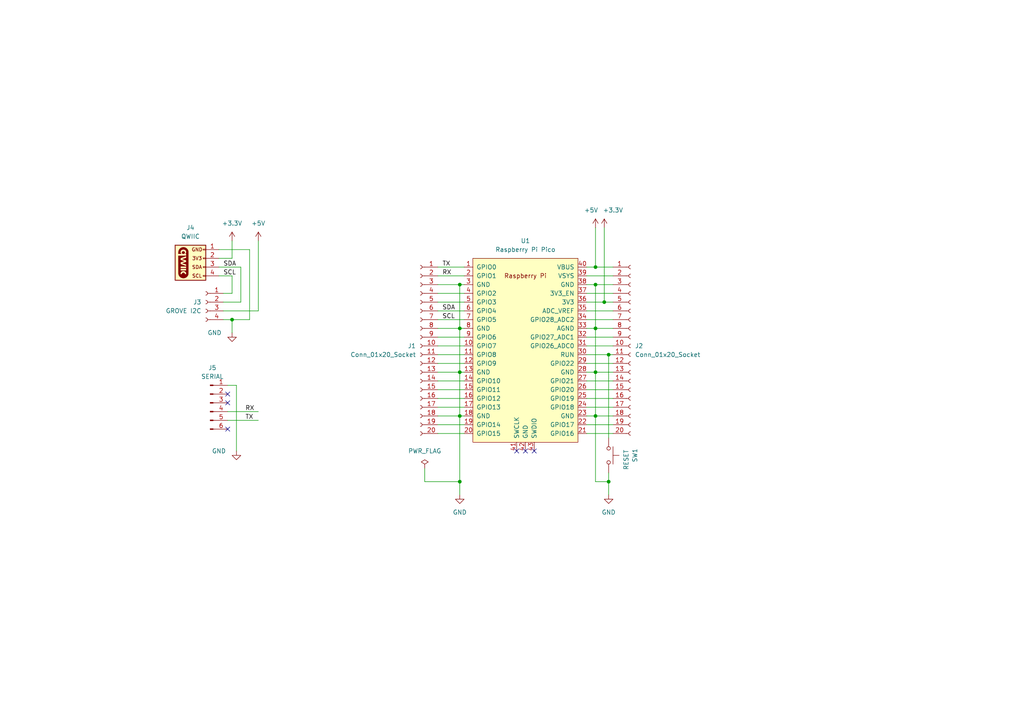
<source format=kicad_sch>
(kicad_sch (version 20230121) (generator eeschema)
  (paper "A4")
  (title_block (title "Raspberry Pi Pico Breadboard") (date "2024-10-26"))
  (lib_symbols
    (symbol "Connector:Conn_01x04_Socket" (pin_names (offset 1.016) hide)
      (property "Reference" "J" (at 0 5.08 0))
      (property "Value" "Conn_01x04_Socket" (at 0 -7.62 0))
      (symbol "Conn_01x04_Socket_1_1"
        (arc (start 0 -4.572) (mid -0.5058 -5.08) (end 0 -5.588) (stroke (width 0.1524)))
        (arc (start 0 -2.032) (mid -0.5058 -2.54) (end 0 -3.048) (stroke (width 0.1524)))
        (polyline (pts (xy -1.27 -5.08) (xy -0.508 -5.08)) (stroke (width 0.1524)))
        (polyline (pts (xy -1.27 -2.54) (xy -0.508 -2.54)) (stroke (width 0.1524)))
        (polyline (pts (xy -1.27 0) (xy -0.508 0)) (stroke (width 0.1524)))
        (polyline (pts (xy -1.27 2.54) (xy -0.508 2.54)) (stroke (width 0.1524)))
        (arc (start 0 0.508) (mid -0.5058 0) (end 0 -0.508) (stroke (width 0.1524)))
        (arc (start 0 3.048) (mid -0.5058 2.54) (end 0 2.032) (stroke (width 0.1524)))
        (pin passive line (at -5.08 2.54 0) (length 3.81) (name "Pin_1") (number "1"))
        (pin passive line (at -5.08 0 0) (length 3.81) (name "Pin_2") (number "2"))
        (pin passive line (at -5.08 -2.54 0) (length 3.81) (name "Pin_3") (number "3"))
        (pin passive line (at -5.08 -5.08 0) (length 3.81) (name "Pin_4") (number "4"))
      )
    )
    (symbol "Connector:Conn_01x06_Pin" (pin_names (offset 1.016) hide)
      (property "Reference" "J" (at 0 7.62 0))
      (property "Value" "Conn_01x06_Pin" (at 0 -10.16 0))
      (symbol "Conn_01x06_Pin_1_1"
        (polyline (pts (xy 1.27 -7.62) (xy 0.8636 -7.62)) (stroke (width 0.1524)))
        (polyline (pts (xy 1.27 -5.08) (xy 0.8636 -5.08)) (stroke (width 0.1524)))
        (polyline (pts (xy 1.27 -2.54) (xy 0.8636 -2.54)) (stroke (width 0.1524)))
        (polyline (pts (xy 1.27 0) (xy 0.8636 0)) (stroke (width 0.1524)))
        (polyline (pts (xy 1.27 2.54) (xy 0.8636 2.54)) (stroke (width 0.1524)))
        (polyline (pts (xy 1.27 5.08) (xy 0.8636 5.08)) (stroke (width 0.1524)))
        (rectangle (start 0.8636 -7.493) (end 0 -7.747) (stroke (width 0.1524)) (fill (type outline)))
        (rectangle (start 0.8636 -4.953) (end 0 -5.207) (stroke (width 0.1524)) (fill (type outline)))
        (rectangle (start 0.8636 -2.413) (end 0 -2.667) (stroke (width 0.1524)) (fill (type outline)))
        (rectangle (start 0.8636 0.127) (end 0 -0.127) (stroke (width 0.1524)) (fill (type outline)))
        (rectangle (start 0.8636 2.667) (end 0 2.413) (stroke (width 0.1524)) (fill (type outline)))
        (rectangle (start 0.8636 5.207) (end 0 4.953) (stroke (width 0.1524)) (fill (type outline)))
        (pin passive line (at 5.08 5.08 180) (length 3.81) (name "Pin_1") (number "1"))
        (pin passive line (at 5.08 2.54 180) (length 3.81) (name "Pin_2") (number "2"))
        (pin passive line (at 5.08 0 180) (length 3.81) (name "Pin_3") (number "3"))
        (pin passive line (at 5.08 -2.54 180) (length 3.81) (name "Pin_4") (number "4"))
        (pin passive line (at 5.08 -5.08 180) (length 3.81) (name "Pin_5") (number "5"))
        (pin passive line (at 5.08 -7.62 180) (length 3.81) (name "Pin_6") (number "6"))
      )
    )
    (symbol "Connector:Conn_01x20_Socket" (pin_names (offset 1.016) hide)
      (property "Reference" "J" (at 0 25.4 0))
      (property "Value" "Conn_01x20_Socket" (at 0 -27.94 0))
      (symbol "Conn_01x20_Socket_1_1"
        (arc (start 0 -24.892) (mid -0.5058 -25.4) (end 0 -25.908) (stroke (width 0.1524)))
        (arc (start 0 -22.352) (mid -0.5058 -22.86) (end 0 -23.368) (stroke (width 0.1524)))
        (arc (start 0 -19.812) (mid -0.5058 -20.32) (end 0 -20.828) (stroke (width 0.1524)))
        (arc (start 0 -17.272) (mid -0.5058 -17.78) (end 0 -18.288) (stroke (width 0.1524)))
        (arc (start 0 -14.732) (mid -0.5058 -15.24) (end 0 -15.748) (stroke (width 0.1524)))
        (arc (start 0 -12.192) (mid -0.5058 -12.7) (end 0 -13.208) (stroke (width 0.1524)))
        (arc (start 0 -9.652) (mid -0.5058 -10.16) (end 0 -10.668) (stroke (width 0.1524)))
        (arc (start 0 -7.112) (mid -0.5058 -7.62) (end 0 -8.128) (stroke (width 0.1524)))
        (arc (start 0 -4.572) (mid -0.5058 -5.08) (end 0 -5.588) (stroke (width 0.1524)))
        (arc (start 0 -2.032) (mid -0.5058 -2.54) (end 0 -3.048) (stroke (width 0.1524)))
        (polyline (pts (xy -1.27 -25.4) (xy -0.508 -25.4)) (stroke (width 0.1524)))
        (polyline (pts (xy -1.27 -22.86) (xy -0.508 -22.86)) (stroke (width 0.1524)))
        (polyline (pts (xy -1.27 -20.32) (xy -0.508 -20.32)) (stroke (width 0.1524)))
        (polyline (pts (xy -1.27 -17.78) (xy -0.508 -17.78)) (stroke (width 0.1524)))
        (polyline (pts (xy -1.27 -15.24) (xy -0.508 -15.24)) (stroke (width 0.1524)))
        (polyline (pts (xy -1.27 -12.7) (xy -0.508 -12.7)) (stroke (width 0.1524)))
        (polyline (pts (xy -1.27 -10.16) (xy -0.508 -10.16)) (stroke (width 0.1524)))
        (polyline (pts (xy -1.27 -7.62) (xy -0.508 -7.62)) (stroke (width 0.1524)))
        (polyline (pts (xy -1.27 -5.08) (xy -0.508 -5.08)) (stroke (width 0.1524)))
        (polyline (pts (xy -1.27 -2.54) (xy -0.508 -2.54)) (stroke (width 0.1524)))
        (polyline (pts (xy -1.27 0) (xy -0.508 0)) (stroke (width 0.1524)))
        (polyline (pts (xy -1.27 2.54) (xy -0.508 2.54)) (stroke (width 0.1524)))
        (polyline (pts (xy -1.27 5.08) (xy -0.508 5.08)) (stroke (width 0.1524)))
        (polyline (pts (xy -1.27 7.62) (xy -0.508 7.62)) (stroke (width 0.1524)))
        (polyline (pts (xy -1.27 10.16) (xy -0.508 10.16)) (stroke (width 0.1524)))
        (polyline (pts (xy -1.27 12.7) (xy -0.508 12.7)) (stroke (width 0.1524)))
        (polyline (pts (xy -1.27 15.24) (xy -0.508 15.24)) (stroke (width 0.1524)))
        (polyline (pts (xy -1.27 17.78) (xy -0.508 17.78)) (stroke (width 0.1524)))
        (polyline (pts (xy -1.27 20.32) (xy -0.508 20.32)) (stroke (width 0.1524)))
        (polyline (pts (xy -1.27 22.86) (xy -0.508 22.86)) (stroke (width 0.1524)))
        (arc (start 0 0.508) (mid -0.5058 0) (end 0 -0.508) (stroke (width 0.1524)))
        (arc (start 0 3.048) (mid -0.5058 2.54) (end 0 2.032) (stroke (width 0.1524)))
        (arc (start 0 5.588) (mid -0.5058 5.08) (end 0 4.572) (stroke (width 0.1524)))
        (arc (start 0 8.128) (mid -0.5058 7.62) (end 0 7.112) (stroke (width 0.1524)))
        (arc (start 0 10.668) (mid -0.5058 10.16) (end 0 9.652) (stroke (width 0.1524)))
        (arc (start 0 13.208) (mid -0.5058 12.7) (end 0 12.192) (stroke (width 0.1524)))
        (arc (start 0 15.748) (mid -0.5058 15.24) (end 0 14.732) (stroke (width 0.1524)))
        (arc (start 0 18.288) (mid -0.5058 17.78) (end 0 17.272) (stroke (width 0.1524)))
        (arc (start 0 20.828) (mid -0.5058 20.32) (end 0 19.812) (stroke (width 0.1524)))
        (arc (start 0 23.368) (mid -0.5058 22.86) (end 0 22.352) (stroke (width 0.1524)))
        (pin passive line (at -5.08 22.86 0) (length 3.81) (name "Pin_1") (number "1"))
        (pin passive line (at -5.08 0 0) (length 3.81) (name "Pin_10") (number "10"))
        (pin passive line (at -5.08 -2.54 0) (length 3.81) (name "Pin_11") (number "11"))
        (pin passive line (at -5.08 -5.08 0) (length 3.81) (name "Pin_12") (number "12"))
        (pin passive line (at -5.08 -7.62 0) (length 3.81) (name "Pin_13") (number "13"))
        (pin passive line (at -5.08 -10.16 0) (length 3.81) (name "Pin_14") (number "14"))
        (pin passive line (at -5.08 -12.7 0) (length 3.81) (name "Pin_15") (number "15"))
        (pin passive line (at -5.08 -15.24 0) (length 3.81) (name "Pin_16") (number "16"))
        (pin passive line (at -5.08 -17.78 0) (length 3.81) (name "Pin_17") (number "17"))
        (pin passive line (at -5.08 -20.32 0) (length 3.81) (name "Pin_18") (number "18"))
        (pin passive line (at -5.08 -22.86 0) (length 3.81) (name "Pin_19") (number "19"))
        (pin passive line (at -5.08 20.32 0) (length 3.81) (name "Pin_2") (number "2"))
        (pin passive line (at -5.08 -25.4 0) (length 3.81) (name "Pin_20") (number "20"))
        (pin passive line (at -5.08 17.78 0) (length 3.81) (name "Pin_3") (number "3"))
        (pin passive line (at -5.08 15.24 0) (length 3.81) (name "Pin_4") (number "4"))
        (pin passive line (at -5.08 12.7 0) (length 3.81) (name "Pin_5") (number "5"))
        (pin passive line (at -5.08 10.16 0) (length 3.81) (name "Pin_6") (number "6"))
        (pin passive line (at -5.08 7.62 0) (length 3.81) (name "Pin_7") (number "7"))
        (pin passive line (at -5.08 5.08 0) (length 3.81) (name "Pin_8") (number "8"))
        (pin passive line (at -5.08 2.54 0) (length 3.81) (name "Pin_9") (number "9"))
      )
    )
    (symbol "RpiPico:Pico" (pin_names (offset 1.016))
      (property "Reference" "U" (at -13.97 27.94 0))
      (property "Value" "Pico" (at 0 19.05 0))
      (symbol "Pico_0_0"
        (text "Raspberry Pi" (at 0 21.59 0) (effects (font (size 1.27 1.27))))
      )
      (symbol "Pico_0_1"
        (rectangle (start -15.24 26.67) (end 15.24 -26.67) (fill (type background)))
      )
      (symbol "Pico_1_1"
        (pin bidirectional line (at -17.78 24.13 0) (length 2.54) (name "GPIO0") (number "1"))
        (pin bidirectional line (at -17.78 1.27 0) (length 2.54) (name "GPIO7") (number "10"))
        (pin bidirectional line (at -17.78 -1.27 0) (length 2.54) (name "GPIO8") (number "11"))
        (pin bidirectional line (at -17.78 -3.81 0) (length 2.54) (name "GPIO9") (number "12"))
        (pin power_in line (at -17.78 -6.35 0) (length 2.54) (name "GND") (number "13"))
        (pin bidirectional line (at -17.78 -8.89 0) (length 2.54) (name "GPIO10") (number "14"))
        (pin bidirectional line (at -17.78 -11.43 0) (length 2.54) (name "GPIO11") (number "15"))
        (pin bidirectional line (at -17.78 -13.97 0) (length 2.54) (name "GPIO12") (number "16"))
        (pin bidirectional line (at -17.78 -16.51 0) (length 2.54) (name "GPIO13") (number "17"))
        (pin power_in line (at -17.78 -19.05 0) (length 2.54) (name "GND") (number "18"))
        (pin bidirectional line (at -17.78 -21.59 0) (length 2.54) (name "GPIO14") (number "19"))
        (pin bidirectional line (at -17.78 21.59 0) (length 2.54) (name "GPIO1") (number "2"))
        (pin bidirectional line (at -17.78 -24.13 0) (length 2.54) (name "GPIO15") (number "20"))
        (pin bidirectional line (at 17.78 -24.13 180) (length 2.54) (name "GPIO16") (number "21"))
        (pin bidirectional line (at 17.78 -21.59 180) (length 2.54) (name "GPIO17") (number "22"))
        (pin power_in line (at 17.78 -19.05 180) (length 2.54) (name "GND") (number "23"))
        (pin bidirectional line (at 17.78 -16.51 180) (length 2.54) (name "GPIO18") (number "24"))
        (pin bidirectional line (at 17.78 -13.97 180) (length 2.54) (name "GPIO19") (number "25"))
        (pin bidirectional line (at 17.78 -11.43 180) (length 2.54) (name "GPIO20") (number "26"))
        (pin bidirectional line (at 17.78 -8.89 180) (length 2.54) (name "GPIO21") (number "27"))
        (pin power_in line (at 17.78 -6.35 180) (length 2.54) (name "GND") (number "28"))
        (pin bidirectional line (at 17.78 -3.81 180) (length 2.54) (name "GPIO22") (number "29"))
        (pin power_in line (at -17.78 19.05 0) (length 2.54) (name "GND") (number "3"))
        (pin input line (at 17.78 -1.27 180) (length 2.54) (name "RUN") (number "30"))
        (pin bidirectional line (at 17.78 1.27 180) (length 2.54) (name "GPIO26_ADC0") (number "31"))
        (pin bidirectional line (at 17.78 3.81 180) (length 2.54) (name "GPIO27_ADC1") (number "32"))
        (pin power_in line (at 17.78 6.35 180) (length 2.54) (name "AGND") (number "33"))
        (pin bidirectional line (at 17.78 8.89 180) (length 2.54) (name "GPIO28_ADC2") (number "34"))
        (pin passive line (at 17.78 11.43 180) (length 2.54) (name "ADC_VREF") (number "35"))
        (pin power_out line (at 17.78 13.97 180) (length 2.54) (name "3V3") (number "36"))
        (pin input line (at 17.78 16.51 180) (length 2.54) (name "3V3_EN") (number "37"))
        (pin power_in line (at 17.78 19.05 180) (length 2.54) (name "GND") (number "38"))
        (pin passive line (at 17.78 21.59 180) (length 2.54) (name "VSYS") (number "39"))
        (pin bidirectional line (at -17.78 16.51 0) (length 2.54) (name "GPIO2") (number "4"))
        (pin power_out line (at 17.78 24.13 180) (length 2.54) (name "VBUS") (number "40"))
        (pin input line (at -2.54 -29.21 90) (length 2.54) (name "SWCLK") (number "41"))
        (pin power_in line (at 0 -29.21 90) (length 2.54) (name "GND") (number "42"))
        (pin bidirectional line (at 2.54 -29.21 90) (length 2.54) (name "SWDIO") (number "43"))
        (pin bidirectional line (at -17.78 13.97 0) (length 2.54) (name "GPIO3") (number "5"))
        (pin bidirectional line (at -17.78 11.43 0) (length 2.54) (name "GPIO4") (number "6"))
        (pin bidirectional line (at -17.78 8.89 0) (length 2.54) (name "GPIO5") (number "7"))
        (pin power_in line (at -17.78 6.35 0) (length 2.54) (name "GND") (number "8"))
        (pin bidirectional line (at -17.78 3.81 0) (length 2.54) (name "GPIO6") (number "9"))
      )
    )
    (symbol "Sparkfun_conn:Qwiic_Right_Angle" (pin_names (offset 1.016) hide)
      (property "Reference" "J" (at 0 5.08 0))
      (property "Value" "Qwiic_RA" (at 0 -7.62 0))
      (symbol "Qwiic_Right_Angle_0_0"
        (polyline (pts (xy 5.6514 -4.1459) (xy 5.6299 -4.0654) (xy 5.5924 -3.9985) (xy 5.5373 -3.9428) (xy 5.4632 -3.8962) (xy 5.4394 -3.8843) (xy 5.402 -3.8678) (xy 5.3681 -3.8578) (xy 5.3294 -3.8521) (xy 5.2774 -3.8485) (xy 5.2184 -3.8474) (xy 5.1227 -3.8564) (xy 5.0405 -3.8803) (xy 4.9695 -3.9199) (xy 4.9078 -3.9759) (xy 4.8937 -3.9923) (xy 4.8535 -4.0549) (xy 4.8308 -4.124) (xy 4.8237 -4.2048) (xy 4.8239 -4.222) (xy 4.8343 -4.3011) (xy 4.8608 -4.3692) (xy 4.9051 -4.4308) (xy 4.9328 -4.4589) (xy 5.0009 -4.509) (xy 5.0793 -4.5424) (xy 5.1699 -4.5595) (xy 5.2745 -4.5612) (xy 5.3262 -4.5564) (xy 5.4199 -4.5347) (xy 5.4992 -4.4971) (xy 5.5638 -4.444) (xy 5.6131 -4.3757) (xy 5.6467 -4.2926) (xy 5.65 -4.2788) (xy 5.656 -4.2325) (xy 5.6563 -4.1875) (xy 5.6514 -4.1459)) (stroke (width 0.01)) (fill (type outline)))
        (polyline (pts (xy 6.6693 -0.6791) (xy 6.666 1.9332) (xy 6.6418 2.0386) (xy 6.6301 2.0866) (xy 6.5791 2.2527) (xy 6.5141 2.404) (xy 6.4337 2.5432) (xy 6.3364 2.673) (xy 6.2208 2.7959) (xy 6.1699 2.8428) (xy 6.0305 2.9527) (xy 5.8839 3.0422) (xy 5.7295 3.1115) (xy 5.5668 3.1608) (xy 5.3953 3.1902) (xy 5.2146 3.1999) (xy 5.1695 3.1994) (xy 5.0056 3.1868) (xy 4.8507 3.1568) (xy 4.7006 3.1083) (xy 4.5508 3.0404) (xy 4.5104 3.0187) (xy 4.3609 2.9237) (xy 4.2262 2.8129) (xy 4.1067 2.6872) (xy 4.0032 2.5475) (xy 3.9162 2.3947) (xy 3.8466 2.2295) (xy 3.7947 2.0528) (xy 3.7931 2.0453) (xy 3.7912 2.0356) (xy 3.7895 2.0242) (xy 3.7879 2.0106) (xy 3.7864 1.9938) (xy 3.785 1.9733) (xy 3.7837 1.9481) (xy 3.7825 1.9176) (xy 3.7815 1.8811) (xy 3.7805 1.8377) (xy 3.7796 1.7868) (xy 3.7789 1.7275) (xy 3.7781 1.6592) (xy 3.7775 1.5811) (xy 3.777 1.4925) (xy 3.7765 1.3925) (xy 3.7761 1.2805) (xy 3.7757 1.1557) (xy 3.7754 1.0174) (xy 3.7751 0.8648) (xy 3.7749 0.6972) (xy 3.7748 0.5138) (xy 3.7746 0.3139) (xy 3.7745 0.0967) (xy 3.7745 -0.1385) (xy 3.7744 -0.3925) (xy 3.7744 -0.666) (xy 3.7744 -0.9597) (xy 3.7744 -1.2744) (xy 3.7744 -4.5147) (xy 3.8041 -4.6318) (xy 3.8237 -4.7026) (xy 3.8837 -4.868) (xy 3.9606 -5.0206) (xy 4.0556 -5.1623) (xy 4.1695 -5.2947) (xy 4.2945 -5.4115) (xy 4.4355 -5.5159) (xy 4.5859 -5.6007) (xy 4.7459 -5.6661) (xy 4.916 -5.7122) (xy 5.0965 -5.7394) (xy 5.2571 -5.7442) (xy 5.4226 -5.7293) (xy 5.5891 -5.6949) (xy 5.7533 -5.6416) (xy 5.8236 -5.6121) (xy 5.9729 -5.5329) (xy 6.1112 -5.4365) (xy 6.237 -5.3244) (xy 6.3494 -5.1984) (xy 6.4469 -5.0601) (xy 6.5284 -4.9112) (xy 6.5926 -4.7532) (xy 6.6384 -4.5879) (xy 6.6645 -4.4168) (xy 6.6652 -4.405) (xy 6.6664 -4.3703) (xy 6.6676 -4.3199) (xy 6.6687 -4.2572) (xy 6.6696 -4.1859) (xy 6.6703 -4.1097) (xy 6.6721 -3.846) (xy 6.2655 -3.846) (xy 5.8589 -3.846) (xy 5.9219 -3.9104) (xy 5.9349 -3.9241) (xy 6.0001 -4.0112) (xy 6.0471 -4.1097) (xy 6.0754 -4.2189) (xy 6.085 -4.338) (xy 6.0781 -4.4509) (xy 6.0523 -4.5755) (xy 6.0066 -4.6941) (xy 5.952 -4.7864) (xy 5.8765 -4.8752) (xy 5.7858 -4.9517) (xy 5.6826 -5.0132) (xy 5.6313 -5.0372) (xy 5.5644 -5.0638) (xy 5.4981 -5.0834) (xy 5.4249 -5.0981) (xy 5.3375 -5.1098) (xy 5.2452 -5.1158) (xy 5.122 -5.1113) (xy 5.0004 -5.0938) (xy 4.8864 -5.0641) (xy 4.7856 -5.0232) (xy 4.6831 -4.9619) (xy 4.5878 -4.8817) (xy 4.5089 -4.7878) (xy 4.4472 -4.6811) (xy 4.4036 -4.5627) (xy 4.4031 -4.5611) (xy 4.3912 -4.4987) (xy 4.3845 -4.4244) (xy 4.3831 -4.3446) (xy 4.3869 -4.2661) (xy 4.3957 -4.1956) (xy 4.4094 -4.1396) (xy 4.4322 -4.082) (xy 4.485 -3.9879) (xy 4.5552 -3.9031) (xy 4.6109 -3.846) (xy 4.5052 -3.846) (xy 4.3996 -3.846) (xy 4.3996 -3.5687) (xy 4.3996 -3.2914) (xy 4.405 -3.2914) (xy 4.405 -3.2023) (xy 4.4021 -2.9296) (xy 4.4018 -2.8964) (xy 4.4015 -2.8076) (xy 4.4023 -2.7393) (xy 4.4041 -2.6908) (xy 4.407 -2.6611) (xy 4.4111 -2.6495) (xy 4.4137 -2.6484) (xy 4.434 -2.6418) (xy 4.4723 -2.6298) (xy 4.5268 -2.6132) (xy 4.5954 -2.5924) (xy 4.6761 -2.5683) (xy 4.767 -2.5412) (xy 4.866 -2.5118) (xy 4.9713 -2.4808) (xy 5.0173 -2.4672) (xy 5.119 -2.4369) (xy 5.2131 -2.4086) (xy 5.2977 -2.3828) (xy 5.3709 -2.3601) (xy 5.4307 -2.3411) (xy 5.4753 -2.3264) (xy 5.5029 -2.3166) (xy 5.5114 -2.3123) (xy 5.505 -2.3098) (xy 5.4796 -2.3016) (xy 5.4371 -2.2885) (xy 5.3794 -2.2711) (xy 5.3088 -2.2502) (xy 5.2275 -2.2264) (xy 5.1375 -2.2002) (xy 5.0411 -2.1724) (xy 4.9851 -2.1562) (xy 4.8864 -2.1278) (xy 4.7926 -2.1007) (xy 4.7062 -2.0757) (xy 4.63 -2.0536) (xy 4.5666 -2.0351) (xy 4.5187 -2.0211) (xy 4.4891 -2.0123) (xy 4.3992 -1.9852) (xy 4.4021 -1.7229) (xy 4.405 -1.4606) (xy 4.5844 -1.4084) (xy 4.6163 -1.3992) (xy 4.7739 -1.3533) (xy 4.9121 -1.3131) (xy 5.0321 -1.278) (xy 5.1352 -1.2478) (xy 5.2224 -1.2221) (xy 5.2951 -1.2004) (xy 5.3545 -1.1824) (xy 5.4018 -1.1676) (xy 5.4382 -1.1558) (xy 5.465 -1.1465) (xy 5.4834 -1.1392) (xy 5.4945 -1.1338) (xy 5.4997 -1.1296) (xy 5.5001 -1.1264) (xy 5.497 -1.1238) (xy 5.4915 -1.1214) (xy 5.4896 -1.1207) (xy 5.4687 -1.114) (xy 5.4296 -1.1019) (xy 5.3743 -1.0851) (xy 5.3049 -1.0643) (xy 5.2237 -1.04) (xy 5.1326 -1.013) (xy 5.0339 -0.9838) (xy 4.9297 -0.9531) (xy 4.3996 -0.7973) (xy 4.3996 -0.533) (xy 4.3997 -0.479) (xy 4.4004 -0.4111) (xy 4.4015 -0.3532) (xy 4.4029 -0.3082) (xy 4.4047 -0.279) (xy 4.4066 -0.2687) (xy 4.409 -0.2694) (xy 4.4284 -0.2761) (xy 4.4661 -0.2895) (xy 4.5204 -0.309) (xy 4.5899 -0.3341) (xy 4.6729 -0.3642) (xy 4.7681 -0.3988) (xy 4.8737 -0.4372) (xy 4.9883 -0.479) (xy 5.1104 -0.5236) (xy 5.2384 -0.5703) (xy 6.0632 -0.872) (xy 6.0632 -0.1926) (xy 5.2314 -0.1926) (xy 4.3996 -0.1926) (xy 4.3996 0.0793) (xy 4.3996 0.3511) (xy 5.2314 0.3511) (xy 6.0632 0.3511) (xy 6.0632 0.4598) (xy 5.2314 0.4598) (xy 4.3996 0.4598) (xy 4.3996 0.7317) (xy 4.3996 1.0035) (xy 5.2314 1.0035) (xy 5.2368 1.0035) (xy 5.2368 1.1177) (xy 5.1465 1.1192) (xy 5.0667 1.1248) (xy 4.9975 1.1357) (xy 4.9332 1.1532) (xy 4.8683 1.1784) (xy 4.7971 1.2126) (xy 4.7662 1.2298) (xy 4.6808 1.2903) (xy 4.6008 1.3651) (xy 4.5314 1.4489) (xy 4.4781 1.5363) (xy 4.4686 1.5557) (xy 4.4306 1.6462) (xy 4.4052 1.7353) (xy 4.3905 1.8304) (xy 4.385 1.9386) (xy 4.3833 2.0745) (xy 4.6089 2.0775) (xy 4.8345 2.0804) (xy 4.8348 1.9959) (xy 4.8368 1.9483) (xy 4.8488 1.8858) (xy 4.8738 1.8316) (xy 4.9144 1.7788) (xy 4.9734 1.7289) (xy 5.0458 1.6921) (xy 5.1277 1.6689) (xy 5.215 1.6593) (xy 5.3038 1.6635) (xy 5.3902 1.6815) (xy 5.4702 1.7136) (xy 5.54 1.7597) (xy 5.5733 1.7923) (xy 5.6073 1.844) (xy 5.628 1.9066) (xy 5.6372 1.9843) (xy 5.6418 2.0804) (xy 5.8607 2.0775) (xy 6.0795 2.0745) (xy 6.0811 1.9712) (xy 6.0811 1.9207) (xy 6.0739 1.8134) (xy 6.0554 1.7157) (xy 6.024 1.6204) (xy 5.9781 1.5204) (xy 5.9341 1.4457) (xy 5.8571 1.3499) (xy 5.7651 1.2695) (xy 5.6591 1.2056) (xy 5.6251 1.1892) (xy 5.5646 1.1627) (xy 5.5097 1.1435) (xy 5.4549 1.1305) (xy 5.3948 1.1226) (xy 5.3239 1.1188) (xy 5.2368 1.1177) (xy 5.2368 1.0035) (xy 6.0632 1.0035) (xy 6.0632 0.7317) (xy 6.0632 0.4598) (xy 6.0632 0.3511) (xy 6.0632 0.0793) (xy 6.0632 -0.1926) (xy 6.0632 -0.872) (xy 6.0632 -1.1439) (xy 6.0632 -1.4158) (xy 5.552 -1.5728) (xy 5.5357 -1.5778) (xy 5.4361 -1.6086) (xy 5.3436 -1.6376) (xy 5.2603 -1.6641) (xy 5.1881 -1.6874) (xy 5.129 -1.707) (xy 5.0848 -1.7222) (xy 5.0575 -1.7324) (xy 5.0491 -1.7369) (xy 5.0493 -1.737) (xy 5.0624 -1.742) (xy 5.094 -1.7527) (xy 5.1423 -1.7684) (xy 5.2051 -1.7886) (xy 5.2803 -1.8124) (xy 5.3659 -1.8394) (xy 5.46 -1.8688) (xy 5.5603 -1.9) (xy 6.0632 -2.0559) (xy 6.063 -2.3284) (xy 6.0628 -2.601) (xy 5.2339 -2.9017) (xy 4.405 -3.2023) (xy 4.405 -3.2914) (xy 5.5361 -3.2914) (xy 6.6725 -3.2914) (xy 6.6693 -0.6791)) (stroke (width 0.01)) (fill (type outline)))
      )
      (symbol "Qwiic_Right_Angle_1_1"
        (rectangle (start -1.27 -4.953) (end -0.508 -5.207) (stroke (width 0.1524)))
        (rectangle (start -1.27 -2.413) (end -0.508 -2.667) (stroke (width 0.1524)))
        (rectangle (start -1.27 0.127) (end -0.508 -0.127) (stroke (width 0.1524)))
        (rectangle (start -1.27 2.667) (end -0.508 2.413) (stroke (width 0.1524)))
        (rectangle (start -1.27 3.81) (end 7.62 -6.35) (stroke (width 0.254)) (fill (type background)))
        (text "3V3" (at 1.27 -2.54 0) (effects (font (size 1 1))))
        (text "GND" (at 1.27 -5.08 0) (effects (font (size 1 1))))
        (text "SCL" (at 1.27 2.54 0) (effects (font (size 1 1))))
        (text "SDA" (at 1.27 0 0) (effects (font (size 1 1))))
        (pin passive line (at -5.08 -5.08 0) (length 3.81) (name "Pin_1") (number "1"))
        (pin passive line (at -5.08 -2.54 0) (length 3.81) (name "Pin_2") (number "2"))
        (pin passive line (at -5.08 0 0) (length 3.81) (name "Pin_3") (number "3"))
        (pin passive line (at -5.08 2.54 0) (length 3.81) (name "Pin_4") (number "4"))
        (pin no_connect line (at 2.54 3.81 270) (length 2.54) hide (name "NC") (number "NC1"))
        (pin no_connect line (at 2.54 3.81 270) (length 2.54) hide (name "NC") (number "NC2"))
      )
    )
    (symbol "Switch:SW_Omron_B3FS" (pin_numbers hide) (pin_names (offset 1.016) hide)
      (property "Reference" "SW" (at 1.27 2.54 0))
      (property "Value" "SW_Omron_B3FS" (at 0 -1.524 0))
      (symbol "SW_Omron_B3FS_0_1"
        (circle (center -2.032 0) (radius 0.508))
        (polyline (pts (xy 0 1.27) (xy 0 3.048)))
        (polyline (pts (xy 2.54 1.27) (xy -2.54 1.27)))
        (circle (center 2.032 0) (radius 0.508))
        (pin passive line (at -5.08 0 0) (length 2.54) (name "1") (number "1"))
        (pin passive line (at 5.08 0 180) (length 2.54) (name "2") (number "2"))
      )
    )
    (symbol "power:+3.3V" (power) (pin_names (offset 0))
      (property "Value" "+3.3V" (at 0 3.556 0))
      (symbol "+3.3V_0_1"
        (polyline (pts (xy -0.762 1.27) (xy 0 2.54)))
        (polyline (pts (xy 0 0) (xy 0 2.54)))
        (polyline (pts (xy 0 2.54) (xy 0.762 1.27)))
      )
      (symbol "+3.3V_1_1"
        (pin power_in line (at 0 0 90) (length 0) hide (name "+3.3V") (number "1"))
      )
    )
    (symbol "power:+5V" (power) (pin_names (offset 0))
      (property "Value" "+5V" (at 0 3.556 0))
      (symbol "+5V_0_1"
        (polyline (pts (xy -0.762 1.27) (xy 0 2.54)))
        (polyline (pts (xy 0 0) (xy 0 2.54)))
        (polyline (pts (xy 0 2.54) (xy 0.762 1.27)))
      )
      (symbol "+5V_1_1"
        (pin power_in line (at 0 0 90) (length 0) hide (name "+5V") (number "1"))
      )
    )
    (symbol "power:GND" (power) (pin_names (offset 0))
      (property "Value" "GND" (at 0 -3.81 0))
      (symbol "GND_0_1"
        (polyline (pts (xy 0 0) (xy 0 -1.27) (xy 1.27 -1.27) (xy 0 -2.54) (xy -1.27 -1.27) (xy 0 -1.27)))
      )
      (symbol "GND_1_1"
        (pin power_in line (at 0 0 270) (length 0) hide (name "GND") (number "1"))
      )
    )
    (symbol "power:PWR_FLAG" (power) (pin_numbers hide) (pin_names (offset 0) hide)
      (property "Value" "PWR_FLAG" (at 0 3.81 0))
      (symbol "PWR_FLAG_0_0"
        (pin power_out line (at 0 0 90) (length 0) (name "pwr") (number "1"))
      )
      (symbol "PWR_FLAG_0_1"
        (polyline (pts (xy 0 0) (xy 0 1.27) (xy -1.016 1.905) (xy 0 2.54) (xy 1.016 1.905) (xy 0 1.27)))
      )
    )
  )
  (junction (at 133.35 120.65))
  (junction (at 172.72 95.25))
  (junction (at 172.72 107.95))
  (junction (at 175.26 87.63))
  (junction (at 133.35 95.25))
  (junction (at 172.72 82.55))
  (junction (at 133.35 139.7))
  (junction (at 133.35 82.55))
  (junction (at 176.53 102.87))
  (junction (at 172.72 77.47))
  (junction (at 172.72 120.65))
  (junction (at 67.31 92.71))
  (junction (at 176.53 139.7))
  (junction (at 133.35 107.95))
  (no_connect (at 66.04 116.84))
  (no_connect (at 152.4 130.81))
  (no_connect (at 66.04 114.3))
  (no_connect (at 149.86 130.81))
  (no_connect (at 66.04 124.46))
  (no_connect (at 154.94 130.81))
  (wire (pts (xy 172.72 120.65) (xy 170.18 120.65)))
  (wire (pts (xy 67.31 69.85) (xy 67.31 74.93)))
  (wire (pts (xy 177.8 107.95) (xy 172.72 107.95)))
  (wire (pts (xy 67.31 80.01) (xy 63.5 80.01)))
  (wire (pts (xy 175.26 87.63) (xy 170.18 87.63)))
  (wire (pts (xy 177.8 77.47) (xy 172.72 77.47)))
  (wire (pts (xy 177.8 115.57) (xy 170.18 115.57)))
  (wire (pts (xy 172.72 139.7) (xy 176.53 139.7)))
  (wire (pts (xy 64.77 90.17) (xy 74.93 90.17)))
  (wire (pts (xy 123.19 139.7) (xy 123.19 135.89)))
  (wire (pts (xy 133.35 139.7) (xy 123.19 139.7)))
  (wire (pts (xy 133.35 82.55) (xy 134.62 82.55)))
  (wire (pts (xy 172.72 120.65) (xy 172.72 139.7)))
  (wire (pts (xy 133.35 120.65) (xy 134.62 120.65)))
  (wire (pts (xy 72.39 72.39) (xy 72.39 92.71)))
  (wire (pts (xy 172.72 107.95) (xy 170.18 107.95)))
  (wire (pts (xy 64.77 85.09) (xy 67.31 85.09)))
  (wire (pts (xy 127 110.49) (xy 134.62 110.49)))
  (wire (pts (xy 64.77 87.63) (xy 69.85 87.63)))
  (wire (pts (xy 172.72 77.47) (xy 170.18 77.47)))
  (wire (pts (xy 127 102.87) (xy 134.62 102.87)))
  (wire (pts (xy 176.53 137.16) (xy 176.53 139.7)))
  (wire (pts (xy 64.77 92.71) (xy 67.31 92.71)))
  (wire (pts (xy 172.72 95.25) (xy 172.72 107.95)))
  (wire (pts (xy 177.8 120.65) (xy 172.72 120.65)))
  (wire (pts (xy 127 77.47) (xy 134.62 77.47)))
  (wire (pts (xy 127 92.71) (xy 134.62 92.71)))
  (wire (pts (xy 177.8 105.41) (xy 170.18 105.41)))
  (wire (pts (xy 133.35 95.25) (xy 133.35 107.95)))
  (wire (pts (xy 175.26 66.04) (xy 175.26 87.63)))
  (wire (pts (xy 127 115.57) (xy 134.62 115.57)))
  (wire (pts (xy 127 120.65) (xy 133.35 120.65)))
  (wire (pts (xy 127 95.25) (xy 133.35 95.25)))
  (wire (pts (xy 63.5 72.39) (xy 72.39 72.39)))
  (wire (pts (xy 133.35 120.65) (xy 133.35 139.7)))
  (wire (pts (xy 176.53 139.7) (xy 176.53 143.51)))
  (wire (pts (xy 177.8 92.71) (xy 170.18 92.71)))
  (wire (pts (xy 177.8 85.09) (xy 170.18 85.09)))
  (wire (pts (xy 127 118.11) (xy 134.62 118.11)))
  (wire (pts (xy 67.31 85.09) (xy 67.31 80.01)))
  (wire (pts (xy 127 125.73) (xy 134.62 125.73)))
  (wire (pts (xy 127 80.01) (xy 134.62 80.01)))
  (wire (pts (xy 133.35 107.95) (xy 134.62 107.95)))
  (wire (pts (xy 127 90.17) (xy 134.62 90.17)))
  (wire (pts (xy 177.8 100.33) (xy 170.18 100.33)))
  (wire (pts (xy 133.35 107.95) (xy 133.35 120.65)))
  (wire (pts (xy 177.8 113.03) (xy 170.18 113.03)))
  (wire (pts (xy 66.04 119.38) (xy 74.93 119.38)))
  (wire (pts (xy 68.58 111.76) (xy 68.58 130.81)))
  (wire (pts (xy 133.35 139.7) (xy 133.35 143.51)))
  (wire (pts (xy 177.8 110.49) (xy 170.18 110.49)))
  (wire (pts (xy 177.8 118.11) (xy 170.18 118.11)))
  (wire (pts (xy 69.85 77.47) (xy 69.85 87.63)))
  (wire (pts (xy 127 87.63) (xy 134.62 87.63)))
  (wire (pts (xy 177.8 87.63) (xy 175.26 87.63)))
  (wire (pts (xy 127 82.55) (xy 133.35 82.55)))
  (wire (pts (xy 133.35 82.55) (xy 133.35 95.25)))
  (wire (pts (xy 177.8 97.79) (xy 170.18 97.79)))
  (wire (pts (xy 63.5 74.93) (xy 67.31 74.93)))
  (wire (pts (xy 170.18 102.87) (xy 176.53 102.87)))
  (wire (pts (xy 172.72 82.55) (xy 170.18 82.55)))
  (wire (pts (xy 177.8 95.25) (xy 172.72 95.25)))
  (wire (pts (xy 127 105.41) (xy 134.62 105.41)))
  (wire (pts (xy 66.04 111.76) (xy 68.58 111.76)))
  (wire (pts (xy 67.31 92.71) (xy 67.31 96.52)))
  (wire (pts (xy 177.8 82.55) (xy 172.72 82.55)))
  (wire (pts (xy 177.8 125.73) (xy 170.18 125.73)))
  (wire (pts (xy 74.93 90.17) (xy 74.93 69.85)))
  (wire (pts (xy 72.39 92.71) (xy 67.31 92.71)))
  (wire (pts (xy 127 123.19) (xy 134.62 123.19)))
  (wire (pts (xy 177.8 90.17) (xy 170.18 90.17)))
  (wire (pts (xy 133.35 95.25) (xy 134.62 95.25)))
  (wire (pts (xy 172.72 95.25) (xy 170.18 95.25)))
  (wire (pts (xy 127 97.79) (xy 134.62 97.79)))
  (wire (pts (xy 177.8 80.01) (xy 170.18 80.01)))
  (wire (pts (xy 172.72 82.55) (xy 172.72 95.25)))
  (wire (pts (xy 176.53 102.87) (xy 176.53 127)))
  (wire (pts (xy 177.8 102.87) (xy 176.53 102.87)))
  (wire (pts (xy 127 107.95) (xy 133.35 107.95)))
  (wire (pts (xy 127 113.03) (xy 134.62 113.03)))
  (wire (pts (xy 127 85.09) (xy 134.62 85.09)))
  (wire (pts (xy 172.72 107.95) (xy 172.72 120.65)))
  (wire (pts (xy 63.5 77.47) (xy 69.85 77.47)))
  (wire (pts (xy 127 100.33) (xy 134.62 100.33)))
  (wire (pts (xy 177.8 123.19) (xy 170.18 123.19)))
  (wire (pts (xy 66.04 121.92) (xy 74.93 121.92)))
  (wire (pts (xy 172.72 66.04) (xy 172.72 77.47)))
  (label "SDA" (at 128.27 90.17 0))
  (label "RX" (at 128.27 80.01 0))
  (label "SCL" (at 64.77 80.01 0))
  (label "SCL" (at 128.27 92.71 0))
  (label "TX" (at 128.27 77.47 0))
  (label "TX" (at 71.12 121.92 0))
  (label "RX" (at 71.12 119.38 0))
  (label "SDA" (at 64.77 77.47 0))
  (symbol (lib_id "power:+5V") (at 172.72 66.04 0) (unit 1)
    (property "Reference" "#PWR06" (effects hide))
    (property "Value" "+5V" (at 171.45 60.96 0))
  )
  (symbol (lib_id "RpiPico:Pico") (at 152.4 101.6 0) (unit 1)
    (property "Reference" "U1" (at 152.4 69.85 0))
    (property "Value" "Raspberry Pi Pico" (at 152.4 72.39 0))
    (property "Footprint" "local_footprint:RPi_Pico_SMD_TH" (effects hide))
  )
  (symbol (lib_id "power:GND") (at 176.53 143.51 0) (unit 1)
    (property "Reference" "#PWR05" (effects hide))
    (property "Value" "GND" (at 176.53 148.59 0))
  )
  (symbol (lib_id "Connector:Conn_01x06_Pin") (at 60.96 116.84 0) (unit 1)
    (property "Reference" "J5" (at 61.595 106.68 0))
    (property "Value" "SERIAL" (at 61.595 109.22 0))
    (property "Footprint" "Connector_PinHeader_2.54mm:PinHeader_1x06_P2.54mm_Horizontal" (effects hide))
  )
  (symbol (lib_id "Connector:Conn_01x20_Socket") (at 121.92 100.33 0) (mirror y) (unit 1)
    (property "Reference" "J1" (at 120.65 100.33 0) (effects (justify left)))
    (property "Value" "Conn_01x20_Socket" (at 120.65 102.87 0) (effects (justify left)))
    (property "Footprint" "Connector_PinSocket_2.54mm:PinSocket_1x20_P2.54mm_Vertical" (effects hide))
  )
  (symbol (lib_id "power:+3.3V") (at 175.26 66.04 0) (unit 1)
    (property "Reference" "#PWR02" (effects hide))
    (property "Value" "+3.3V" (at 177.8 60.96 0))
  )
  (symbol (lib_id "Connector:Conn_01x04_Socket") (at 59.69 87.63 0) (mirror y) (unit 1)
    (property "Reference" "J3" (at 58.42 87.63 0) (effects (justify left)))
    (property "Value" "GROVE I2C" (at 58.42 90.17 0) (effects (justify left)))
    (property "Footprint" "Connector:NS-Tech_Grove_1x04_P2mm_Vertical" (effects hide))
  )
  (symbol (lib_id "power:PWR_FLAG") (at 123.19 135.89 0) (unit 1)
    (property "Reference" "#FLG01" (effects hide))
    (property "Value" "PWR_FLAG" (at 123.19 130.81 0))
  )
  (symbol (lib_id "power:+3.3V") (at 67.31 69.85 0) (unit 1)
    (property "Reference" "#PWR01" (effects hide))
    (property "Value" "+3.3V" (at 67.31 64.77 0))
  )
  (symbol (lib_id "power:+5V") (at 74.93 69.85 0) (unit 1)
    (property "Reference" "#PWR07" (effects hide))
    (property "Value" "+5V" (at 74.93 64.77 0))
  )
  (symbol (lib_id "power:GND") (at 68.58 130.81 0) (unit 1)
    (property "Reference" "#PWR08" (effects hide))
    (property "Value" "GND" (at 63.5 130.81 0))
  )
  (symbol (lib_id "power:GND") (at 67.31 96.52 0) (unit 1)
    (property "Reference" "#PWR03" (effects hide))
    (property "Value" "GND" (at 62.23 96.52 0))
  )
  (symbol (lib_id "power:GND") (at 133.35 143.51 0) (unit 1)
    (property "Reference" "#PWR04" (effects hide))
    (property "Value" "GND" (at 133.35 148.59 0))
  )
  (symbol (lib_id "Switch:SW_Omron_B3FS") (at 176.53 132.08 270) (unit 1)
    (property "Reference" "SW1" (at 184.15 132.08 0))
    (property "Value" "RESET" (at 181.61 133.35 0))
    (property "Footprint" "Button_Switch_THT:SW_TH_Tactile_Omron_B3F-10xx" (effects hide))
    (property "Datasheet" "https://omronfs.omron.com/en_US/ecb/products/pdf/en-b3fs.pdf" (effects hide))
  )
  (symbol (lib_id "Sparkfun_conn:Qwiic_Right_Angle") (at 58.42 77.47 180) (unit 1)
    (property "Reference" "J4" (at 55.245 66.04 0))
    (property "Value" "QWIIC" (at 55.245 68.58 0))
    (property "Footprint" "sparkfun_conn:JST04_1MM_RA" (effects hide))
    (property "Datasheet" "https://www.jst-mfg.com/product/pdf/eng/eSH.pdf" (effects hide))
    (property "PROD_ID" "CONN-13694" (effects hide))
  )
  (symbol (lib_id "Connector:Conn_01x20_Socket") (at 182.88 100.33 0) (unit 1)
    (property "Reference" "J2" (at 184.15 100.33 0) (effects (justify left)))
    (property "Value" "Conn_01x20_Socket" (at 184.15 102.87 0) (effects (justify left)))
    (property "Footprint" "Connector_PinSocket_2.54mm:PinSocket_1x20_P2.54mm_Vertical" (effects hide))
  )
)
</source>
